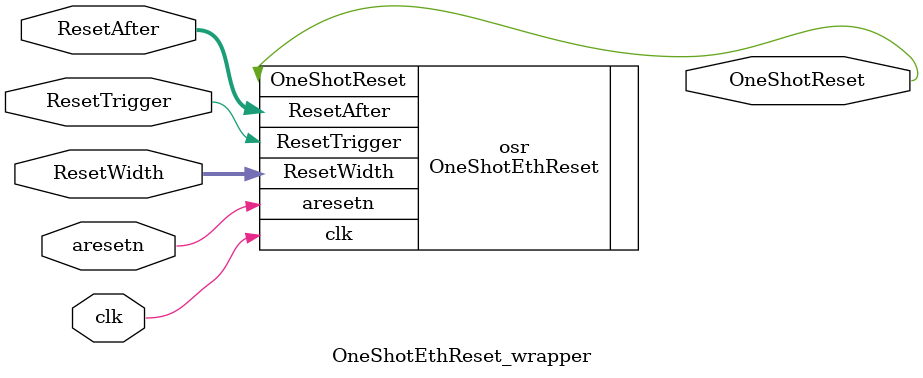
<source format=v>
`timescale 1ns / 1ps

module OneShotEthReset_wrapper # (
    parameter TIMER_MAX_WIDTH=14,
    parameter RESET_MAX_WIDTH=14,
    parameter RESETLOGIC=0
) (
    input wire                              clk,
    input wire                          aresetn,
    input wire [TIMER_MAX_WIDTH-1:0] ResetAfter,
    input wire [RESET_MAX_WIDTH-1:0] ResetWidth,
    input wire                     ResetTrigger,
    output wire                    OneShotReset
);

OneShotEthReset # (
    .TIMER_MAX_WIDTH(TIMER_MAX_WIDTH),
    .RESET_MAX_WIDTH(RESET_MAX_WIDTH),
    .RESETLOGIC(RESETLOGIC)
) osr (
    .clk(clk),
    .aresetn(aresetn),
    .ResetAfter(ResetAfter),
    .ResetWidth(ResetWidth),
    .ResetTrigger(ResetTrigger),
    .OneShotReset(OneShotReset)
);


endmodule



</source>
